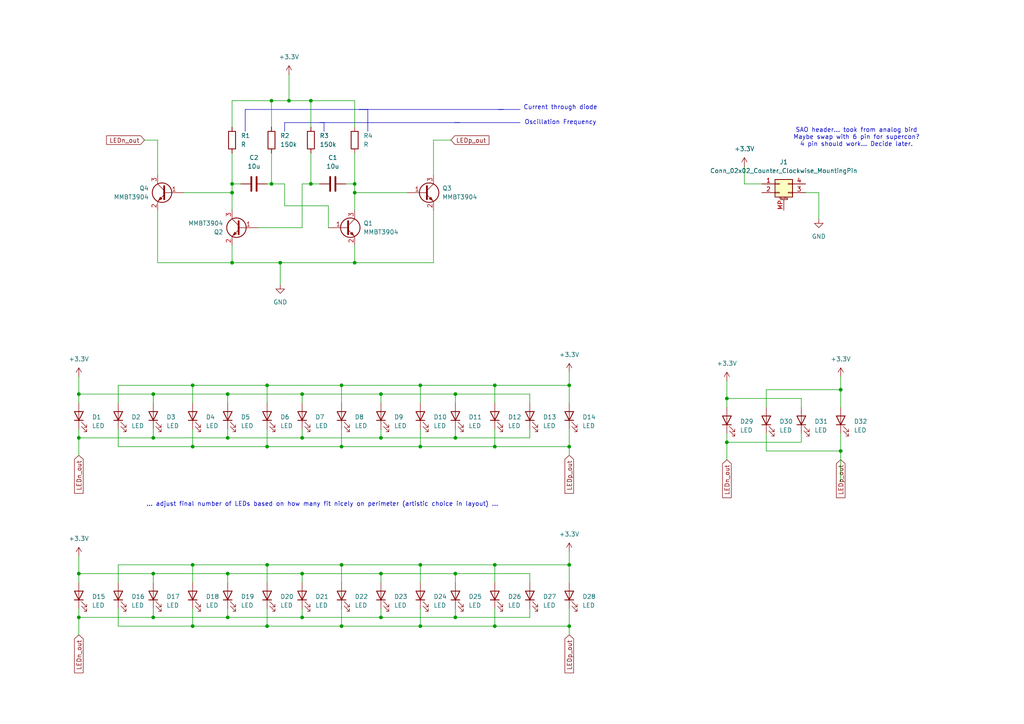
<source format=kicad_sch>
(kicad_sch (version 20231120) (generator "eeschema") (generator_version "8.0")
  (paper "A4")
  (lib_symbols
    (symbol "Connector_Generic_MountingPin:Conn_02x02_Counter_Clockwise_MountingPin" (pin_names (offset 1.016) hide)
      (property "Reference" "J" (at 1.27 2.54 0))
      (property "Value" "Conn_02x02_Counter_Clockwise_MountingPin" (at 2.54 -5.08 0))
      (symbol "Conn_02x02_Counter_Clockwise_MountingPin_1_1"
        (rectangle (start -1.27 -2.413) (end 0 -2.667) (stroke (width 0.1524)))
        (rectangle (start -1.27 0.127) (end 0 -0.127) (stroke (width 0.1524)))
        (rectangle (start -1.27 1.27) (end 3.81 -3.81) (stroke (width 0.254)) (fill (type background)))
        (polyline (pts (xy 0.254 -4.572) (xy 2.286 -4.572)) (stroke (width 0.1524)))
        (rectangle (start 3.81 -2.413) (end 2.54 -2.667) (stroke (width 0.1524)))
        (rectangle (start 3.81 0.127) (end 2.54 -0.127) (stroke (width 0.1524)))
        (text "Mounting" (at 1.27 -4.191 0) (effects (font (size 0.381 0.381))))
        (pin passive line (at -5.08 0 0) (length 3.81) (name "Pin_1") (number "1"))
        (pin passive line (at -5.08 -2.54 0) (length 3.81) (name "Pin_2") (number "2"))
        (pin passive line (at 7.62 -2.54 180) (length 3.81) (name "Pin_3") (number "3"))
        (pin passive line (at 7.62 0 180) (length 3.81) (name "Pin_4") (number "4"))
        (pin passive line (at 1.27 -7.62 90) (length 3.048) (name "MountPin") (number "MP"))
      )
    )
    (symbol "Device:C" (pin_numbers hide) (pin_names (offset 0.254))
      (property "Reference" "C" (at 0.635 2.54 0))
      (property "Value" "C" (at 0.635 -2.54 0))
      (symbol "C_0_1"
        (polyline (pts (xy -2.032 -0.762) (xy 2.032 -0.762)) (stroke (width 0.508)))
        (polyline (pts (xy -2.032 0.762) (xy 2.032 0.762)) (stroke (width 0.508)))
      )
      (symbol "C_1_1"
        (pin passive line (at 0 3.81 270) (length 2.794) (name "~") (number "1"))
        (pin passive line (at 0 -3.81 90) (length 2.794) (name "~") (number "2"))
      )
    )
    (symbol "Device:LED" (pin_numbers hide) (pin_names (offset 1.016) hide)
      (property "Reference" "D" (at 0 2.54 0))
      (property "Value" "LED" (at 0 -2.54 0))
      (symbol "LED_0_1"
        (polyline (pts (xy -1.27 -1.27) (xy -1.27 1.27)) (stroke (width 0.254)))
        (polyline (pts (xy -1.27 0) (xy 1.27 0)))
        (polyline (pts (xy 1.27 -1.27) (xy 1.27 1.27) (xy -1.27 0) (xy 1.27 -1.27)) (stroke (width 0.254)))
        (polyline (pts (xy -3.048 -0.762) (xy -4.572 -2.286) (xy -3.81 -2.286) (xy -4.572 -2.286) (xy -4.572 -1.524)))
        (polyline (pts (xy -1.778 -0.762) (xy -3.302 -2.286) (xy -2.54 -2.286) (xy -3.302 -2.286) (xy -3.302 -1.524)))
      )
      (symbol "LED_1_1"
        (pin passive line (at -3.81 0 0) (length 2.54) (name "K") (number "1"))
        (pin passive line (at 3.81 0 180) (length 2.54) (name "A") (number "2"))
      )
    )
    (symbol "Device:R" (pin_numbers hide) (pin_names (offset 0))
      (property "Reference" "R" (at 2.032 0 90))
      (property "Value" "R" (at 0 0 90))
      (symbol "R_0_1"
        (rectangle (start -1.016 -2.54) (end 1.016 2.54) (stroke (width 0.254)))
      )
      (symbol "R_1_1"
        (pin passive line (at 0 3.81 270) (length 1.27) (name "~") (number "1"))
        (pin passive line (at 0 -3.81 90) (length 1.27) (name "~") (number "2"))
      )
    )
    (symbol "Transistor_BJT:MMBT3904" (pin_names (offset 0) hide)
      (property "Reference" "Q" (at 5.08 1.905 0))
      (property "Value" "MMBT3904" (at 5.08 0 0))
      (symbol "MMBT3904_0_1"
        (polyline (pts (xy 0.635 0.635) (xy 2.54 2.54)))
        (polyline (pts (xy 0.635 -0.635) (xy 2.54 -2.54) (xy 2.54 -2.54)))
        (polyline (pts (xy 0.635 1.905) (xy 0.635 -1.905) (xy 0.635 -1.905)) (stroke (width 0.508)))
        (polyline (pts (xy 1.27 -1.778) (xy 1.778 -1.27) (xy 2.286 -2.286) (xy 1.27 -1.778) (xy 1.27 -1.778)) (fill (type outline)))
        (circle (center 1.27 0) (radius 2.8194) (stroke (width 0.254)))
      )
      (symbol "MMBT3904_1_1"
        (pin input line (at -5.08 0 0) (length 5.715) (name "B") (number "1"))
        (pin passive line (at 2.54 -5.08 90) (length 2.54) (name "E") (number "2"))
        (pin passive line (at 2.54 5.08 270) (length 2.54) (name "C") (number "3"))
      )
    )
    (symbol "power:+3.3V" (power) (pin_numbers hide) (pin_names (offset 0) hide)
      (property "Value" "+3.3V" (at 0 3.556 0))
      (symbol "+3.3V_0_1"
        (polyline (pts (xy -0.762 1.27) (xy 0 2.54)))
        (polyline (pts (xy 0 0) (xy 0 2.54)))
        (polyline (pts (xy 0 2.54) (xy 0.762 1.27)))
      )
      (symbol "+3.3V_1_1"
        (pin power_in line (at 0 0 90) (length 0) (name "~") (number "1"))
      )
    )
    (symbol "power:GND" (power) (pin_numbers hide) (pin_names (offset 0) hide)
      (property "Value" "GND" (at 0 -3.81 0))
      (symbol "GND_0_1"
        (polyline (pts (xy 0 0) (xy 0 -1.27) (xy 1.27 -1.27) (xy 0 -2.54) (xy -1.27 -1.27) (xy 0 -1.27)))
      )
      (symbol "GND_1_1"
        (pin power_in line (at 0 0 270) (length 0) (name "~") (number "1"))
      )
    )
  )
  (junction (at 44.45 179.07))
  (junction (at 87.63 166.37))
  (junction (at 55.88 181.61))
  (junction (at 102.87 76.2))
  (junction (at 67.31 55.88))
  (junction (at 22.86 166.37))
  (junction (at 99.06 181.61))
  (junction (at 165.1 163.83))
  (junction (at 132.08 179.07))
  (junction (at 243.84 113.03))
  (junction (at 22.86 114.3))
  (junction (at 102.87 53.34))
  (junction (at 67.31 53.34))
  (junction (at 99.06 129.54))
  (junction (at 55.88 129.54))
  (junction (at 44.45 127))
  (junction (at 210.82 115.57))
  (junction (at 99.06 163.83))
  (junction (at 132.08 127))
  (junction (at 110.49 166.37))
  (junction (at 77.47 181.61))
  (junction (at 143.51 111.76))
  (junction (at 77.47 129.54))
  (junction (at 132.08 114.3))
  (junction (at 44.45 166.37))
  (junction (at 165.1 181.61))
  (junction (at 143.51 163.83))
  (junction (at 165.1 129.54))
  (junction (at 121.92 181.61))
  (junction (at 121.92 129.54))
  (junction (at 77.47 163.83))
  (junction (at 66.04 166.37))
  (junction (at 78.74 53.34))
  (junction (at 243.84 130.81))
  (junction (at 44.45 114.3))
  (junction (at 81.28 76.2))
  (junction (at 132.08 166.37))
  (junction (at 143.51 129.54))
  (junction (at 110.49 127))
  (junction (at 87.63 179.07))
  (junction (at 99.06 111.76))
  (junction (at 66.04 127))
  (junction (at 22.86 127))
  (junction (at 121.92 163.83))
  (junction (at 210.82 128.27))
  (junction (at 66.04 179.07))
  (junction (at 102.87 55.88))
  (junction (at 55.88 111.76))
  (junction (at 87.63 127))
  (junction (at 165.1 111.76))
  (junction (at 87.63 114.3))
  (junction (at 110.49 114.3))
  (junction (at 55.88 163.83))
  (junction (at 22.86 179.07))
  (junction (at 110.49 179.07))
  (junction (at 66.04 114.3))
  (junction (at 67.31 76.2))
  (junction (at 83.82 29.21))
  (junction (at 121.92 111.76))
  (junction (at 90.17 53.34))
  (junction (at 143.51 181.61))
  (junction (at 78.74 29.21))
  (junction (at 90.17 29.21))
  (junction (at 77.47 111.76))
  (wire (pts (xy 78.74 53.34) (xy 77.47 53.34)))
  (wire (pts (xy 237.49 55.88) (xy 237.49 63.5)))
  (wire (pts (xy 153.67 176.53) (xy 153.67 179.07)))
  (wire (pts (xy 99.06 168.91) (xy 99.06 163.83)))
  (wire (pts (xy 95.25 59.69) (xy 95.25 66.04)))
  (wire (pts (xy 44.45 127) (xy 66.04 127)))
  (wire (pts (xy 210.82 125.73) (xy 210.82 128.27)))
  (wire (pts (xy 110.49 124.46) (xy 110.49 127)))
  (wire (pts (xy 110.49 176.53) (xy 110.49 179.07)))
  (wire (pts (xy 102.87 29.21) (xy 102.87 36.83)))
  (wire (pts (xy 83.82 29.21) (xy 90.17 29.21)))
  (wire (pts (xy 53.34 55.88) (xy 67.31 55.88)))
  (wire (pts (xy 66.04 176.53) (xy 66.04 179.07)))
  (wire (pts (xy 22.86 116.84) (xy 22.86 114.3)))
  (wire (pts (xy 143.51 124.46) (xy 143.51 129.54)))
  (wire (pts (xy 132.08 176.53) (xy 132.08 179.07)))
  (wire (pts (xy 132.08 124.46) (xy 132.08 127)))
  (wire (pts (xy 132.08 166.37) (xy 153.67 166.37)))
  (wire (pts (xy 102.87 53.34) (xy 102.87 55.88)))
  (wire (pts (xy 22.86 168.91) (xy 22.86 166.37)))
  (wire (pts (xy 210.82 128.27) (xy 210.82 133.35)))
  (wire (pts (xy 210.82 115.57) (xy 210.82 110.49)))
  (wire (pts (xy 132.08 114.3) (xy 153.67 114.3)))
  (wire (pts (xy 87.63 124.46) (xy 87.63 127)))
  (wire (pts (xy 99.06 181.61) (xy 121.92 181.61)))
  (wire (pts (xy 210.82 128.27) (xy 232.41 128.27)))
  (wire (pts (xy 66.04 114.3) (xy 87.63 114.3)))
  (wire (pts (xy 165.1 163.83) (xy 165.1 168.91)))
  (wire (pts (xy 77.47 176.53) (xy 77.47 181.61)))
  (wire (pts (xy 121.92 181.61) (xy 143.51 181.61)))
  (wire (pts (xy 67.31 44.45) (xy 67.31 53.34)))
  (wire (pts (xy 100.33 53.34) (xy 102.87 53.34)))
  (wire (pts (xy 132.08 168.91) (xy 132.08 166.37)))
  (wire (pts (xy 243.84 130.81) (xy 243.84 125.73)))
  (wire (pts (xy 110.49 179.07) (xy 132.08 179.07)))
  (wire (pts (xy 87.63 53.34) (xy 90.17 53.34)))
  (wire (pts (xy 66.04 124.46) (xy 66.04 127)))
  (wire (pts (xy 87.63 114.3) (xy 110.49 114.3)))
  (wire (pts (xy 22.86 176.53) (xy 22.86 179.07)))
  (wire (pts (xy 55.88 163.83) (xy 77.47 163.83)))
  (wire (pts (xy 99.06 124.46) (xy 99.06 129.54)))
  (wire (pts (xy 78.74 36.83) (xy 78.74 29.21)))
  (wire (pts (xy 132.08 179.07) (xy 153.67 179.07)))
  (wire (pts (xy 77.47 168.91) (xy 77.47 163.83)))
  (wire (pts (xy 233.68 55.88) (xy 237.49 55.88)))
  (wire (pts (xy 74.93 66.04) (xy 87.63 66.04)))
  (wire (pts (xy 81.28 76.2) (xy 102.87 76.2)))
  (wire (pts (xy 67.31 60.96) (xy 67.31 55.88)))
  (wire (pts (xy 165.1 181.61) (xy 165.1 184.15)))
  (wire (pts (xy 143.51 129.54) (xy 165.1 129.54)))
  (wire (pts (xy 121.92 111.76) (xy 143.51 111.76)))
  (wire (pts (xy 45.72 76.2) (xy 67.31 76.2)))
  (wire (pts (xy 67.31 36.83) (xy 67.31 29.21)))
  (wire (pts (xy 34.29 116.84) (xy 34.29 111.76)))
  (wire (pts (xy 78.74 53.34) (xy 82.55 53.34)))
  (wire (pts (xy 132.08 116.84) (xy 132.08 114.3)))
  (wire (pts (xy 67.31 76.2) (xy 81.28 76.2)))
  (wire (pts (xy 125.73 40.64) (xy 130.81 40.64)))
  (wire (pts (xy 90.17 53.34) (xy 92.71 53.34)))
  (wire (pts (xy 210.82 118.11) (xy 210.82 115.57)))
  (wire (pts (xy 90.17 29.21) (xy 102.87 29.21)))
  (wire (pts (xy 82.55 53.34) (xy 82.55 59.69)))
  (wire (pts (xy 67.31 53.34) (xy 69.85 53.34)))
  (wire (pts (xy 99.06 111.76) (xy 121.92 111.76)))
  (wire (pts (xy 55.88 111.76) (xy 77.47 111.76)))
  (wire (pts (xy 143.51 163.83) (xy 165.1 163.83)))
  (wire (pts (xy 34.29 181.61) (xy 55.88 181.61)))
  (wire (pts (xy 82.55 59.69) (xy 95.25 59.69)))
  (wire (pts (xy 45.72 50.8) (xy 45.72 40.64)))
  (wire (pts (xy 34.29 163.83) (xy 55.88 163.83)))
  (polyline (pts (xy 104.14 31.75) (xy 146.05 31.75)))
  (wire (pts (xy 55.88 181.61) (xy 55.88 176.53)))
  (wire (pts (xy 210.82 115.57) (xy 232.41 115.57)))
  (wire (pts (xy 87.63 168.91) (xy 87.63 166.37)))
  (wire (pts (xy 90.17 29.21) (xy 90.17 36.83)))
  (wire (pts (xy 34.29 168.91) (xy 34.29 163.83)))
  (wire (pts (xy 121.92 124.46) (xy 121.92 129.54)))
  (wire (pts (xy 66.04 168.91) (xy 66.04 166.37)))
  (wire (pts (xy 102.87 55.88) (xy 102.87 60.96)))
  (wire (pts (xy 34.29 176.53) (xy 34.29 181.61)))
  (wire (pts (xy 165.1 107.95) (xy 165.1 111.76)))
  (wire (pts (xy 87.63 166.37) (xy 110.49 166.37)))
  (wire (pts (xy 66.04 166.37) (xy 87.63 166.37)))
  (wire (pts (xy 67.31 71.12) (xy 67.31 76.2)))
  (wire (pts (xy 99.06 116.84) (xy 99.06 111.76)))
  (wire (pts (xy 121.92 116.84) (xy 121.92 111.76)))
  (wire (pts (xy 34.29 124.46) (xy 34.29 129.54)))
  (wire (pts (xy 87.63 66.04) (xy 87.63 53.34)))
  (wire (pts (xy 87.63 176.53) (xy 87.63 179.07)))
  (wire (pts (xy 67.31 29.21) (xy 78.74 29.21)))
  (wire (pts (xy 243.84 113.03) (xy 243.84 118.11)))
  (wire (pts (xy 67.31 55.88) (xy 67.31 53.34)))
  (wire (pts (xy 110.49 127) (xy 132.08 127)))
  (wire (pts (xy 102.87 76.2) (xy 102.87 71.12)))
  (wire (pts (xy 143.51 168.91) (xy 143.51 163.83)))
  (wire (pts (xy 55.88 163.83) (xy 55.88 168.91)))
  (wire (pts (xy 44.45 127) (xy 44.45 124.46)))
  (polyline (pts (xy 82.55 35.56) (xy 93.98 35.56)))
  (wire (pts (xy 110.49 166.37) (xy 132.08 166.37)))
  (wire (pts (xy 44.45 179.07) (xy 66.04 179.07)))
  (wire (pts (xy 90.17 44.45) (xy 90.17 53.34)))
  (wire (pts (xy 87.63 179.07) (xy 110.49 179.07)))
  (wire (pts (xy 77.47 124.46) (xy 77.47 129.54)))
  (wire (pts (xy 87.63 116.84) (xy 87.63 114.3)))
  (polyline (pts (xy 150.876 31.75) (xy 144.526 31.75)))
  (wire (pts (xy 22.86 179.07) (xy 22.86 184.15)))
  (wire (pts (xy 87.63 127) (xy 110.49 127)))
  (wire (pts (xy 22.86 127) (xy 22.86 132.08)))
  (wire (pts (xy 222.25 118.11) (xy 222.25 113.03)))
  (wire (pts (xy 66.04 179.07) (xy 87.63 179.07)))
  (wire (pts (xy 55.88 129.54) (xy 77.47 129.54)))
  (wire (pts (xy 44.45 166.37) (xy 44.45 168.91)))
  (polyline (pts (xy 71.12 31.75) (xy 71.12 38.1)))
  (polyline (pts (xy 131.826 35.56) (xy 150.876 35.56)))
  (wire (pts (xy 243.84 109.22) (xy 243.84 113.03)))
  (polyline (pts (xy 106.68 31.75) (xy 106.68 38.1)))
  (wire (pts (xy 55.88 181.61) (xy 77.47 181.61)))
  (polyline (pts (xy 106.68 31.75) (xy 71.12 31.75)))
  (wire (pts (xy 165.1 129.54) (xy 165.1 132.08)))
  (wire (pts (xy 22.86 179.07) (xy 44.45 179.07)))
  (wire (pts (xy 125.73 76.2) (xy 102.87 76.2)))
  (wire (pts (xy 83.82 29.21) (xy 83.82 21.59)))
  (wire (pts (xy 110.49 114.3) (xy 132.08 114.3)))
  (wire (pts (xy 121.92 129.54) (xy 143.51 129.54)))
  (wire (pts (xy 153.67 116.84) (xy 153.67 114.3)))
  (wire (pts (xy 34.29 129.54) (xy 55.88 129.54)))
  (wire (pts (xy 22.86 124.46) (xy 22.86 127)))
  (wire (pts (xy 143.51 176.53) (xy 143.51 181.61)))
  (wire (pts (xy 45.72 60.96) (xy 45.72 76.2)))
  (polyline (pts (xy 93.98 35.56) (xy 93.98 38.1)))
  (wire (pts (xy 78.74 44.45) (xy 78.74 53.34)))
  (wire (pts (xy 55.88 129.54) (xy 55.88 124.46)))
  (wire (pts (xy 77.47 181.61) (xy 99.06 181.61)))
  (wire (pts (xy 132.08 127) (xy 153.67 127)))
  (wire (pts (xy 45.72 40.64) (xy 41.91 40.64)))
  (wire (pts (xy 77.47 129.54) (xy 99.06 129.54)))
  (wire (pts (xy 143.51 116.84) (xy 143.51 111.76)))
  (wire (pts (xy 153.67 168.91) (xy 153.67 166.37)))
  (wire (pts (xy 102.87 55.88) (xy 118.11 55.88)))
  (wire (pts (xy 77.47 163.83) (xy 99.06 163.83)))
  (wire (pts (xy 165.1 129.54) (xy 165.1 124.46)))
  (wire (pts (xy 44.45 114.3) (xy 66.04 114.3)))
  (wire (pts (xy 222.25 113.03) (xy 243.84 113.03)))
  (wire (pts (xy 125.73 60.96) (xy 125.73 76.2)))
  (wire (pts (xy 66.04 127) (xy 87.63 127)))
  (wire (pts (xy 121.92 163.83) (xy 143.51 163.83)))
  (wire (pts (xy 22.86 114.3) (xy 22.86 109.22)))
  (wire (pts (xy 121.92 168.91) (xy 121.92 163.83)))
  (wire (pts (xy 66.04 116.84) (xy 66.04 114.3)))
  (wire (pts (xy 44.45 166.37) (xy 66.04 166.37)))
  (wire (pts (xy 99.06 129.54) (xy 121.92 129.54)))
  (wire (pts (xy 22.86 127) (xy 44.45 127)))
  (wire (pts (xy 232.41 115.57) (xy 232.41 118.11)))
  (wire (pts (xy 110.49 168.91) (xy 110.49 166.37)))
  (wire (pts (xy 22.86 166.37) (xy 44.45 166.37)))
  (wire (pts (xy 143.51 181.61) (xy 165.1 181.61)))
  (wire (pts (xy 121.92 176.53) (xy 121.92 181.61)))
  (wire (pts (xy 77.47 111.76) (xy 99.06 111.76)))
  (wire (pts (xy 22.86 166.37) (xy 22.86 161.29)))
  (wire (pts (xy 22.86 114.3) (xy 44.45 114.3)))
  (wire (pts (xy 232.41 128.27) (xy 232.41 125.73)))
  (wire (pts (xy 243.84 130.81) (xy 243.84 139.7)))
  (wire (pts (xy 165.1 160.02) (xy 165.1 163.83)))
  (wire (pts (xy 99.06 163.83) (xy 121.92 163.83)))
  (wire (pts (xy 153.67 124.46) (xy 153.67 127)))
  (wire (pts (xy 215.9 53.34) (xy 220.98 53.34)))
  (wire (pts (xy 55.88 111.76) (xy 55.88 116.84)))
  (wire (pts (xy 34.29 111.76) (xy 55.88 111.76)))
  (wire (pts (xy 99.06 176.53) (xy 99.06 181.61)))
  (wire (pts (xy 165.1 181.61) (xy 165.1 176.53)))
  (wire (pts (xy 78.74 29.21) (xy 83.82 29.21)))
  (wire (pts (xy 110.49 116.84) (xy 110.49 114.3)))
  (wire (pts (xy 81.28 76.2) (xy 81.28 82.55)))
  (wire (pts (xy 143.51 111.76) (xy 165.1 111.76)))
  (wire (pts (xy 102.87 44.45) (xy 102.87 53.34)))
  (wire (pts (xy 77.47 116.84) (xy 77.47 111.76)))
  (wire (pts (xy 215.9 48.26) (xy 215.9 53.34)))
  (wire (pts (xy 165.1 111.76) (xy 165.1 116.84)))
  (polyline (pts (xy 82.55 38.1) (xy 82.55 35.56)))
  (wire (pts (xy 222.25 130.81) (xy 243.84 130.81)))
  (wire (pts (xy 125.73 50.8) (xy 125.73 40.64)))
  (wire (pts (xy 44.45 114.3) (xy 44.45 116.84)))
  (wire (pts (xy 222.25 125.73) (xy 222.25 130.81)))
  (wire (pts (xy 44.45 179.07) (xy 44.45 176.53)))
  (polyline (pts (xy 92.71 35.56) (xy 133.35 35.56)))
  (text "SAO header... took from analog bird\nMaybe swap with 6 pin for supercon?\n4 pin should work... Decide later." (at 248.412 39.878 0) (effects (font (size 1.27 1.27))))
  (text "Oscillation Frequency" (at 162.56 35.56 0) (effects (font (size 1.27 1.27))))
  (text "Current through diode" (at 162.56 31.242 0) (effects (font (size 1.27 1.27))))
  (text "... adjust final number of LEDs based on how many fit nicely on perimeter (artistic choice in layout) ..." (at 93.472 146.304 0) (effects (font (size 1.27 1.27))))
  (global_label "LEDn_out" (shape input) (at 22.86 132.08 270) (property "Intersheetrefs" "${INTERSHEET_REFS}" (effects (hide yes))))
  (global_label "LEDn_out" (shape input) (at 210.82 133.35 270) (property "Intersheetrefs" "${INTERSHEET_REFS}" (effects (hide yes))))
  (global_label "LEDp_out" (shape input) (at 165.1 184.15 270) (property "Intersheetrefs" "${INTERSHEET_REFS}" (effects (hide yes))))
  (global_label "LEDn_out" (shape input) (at 41.91 40.64 180) (property "Intersheetrefs" "${INTERSHEET_REFS}" (effects (hide yes))))
  (global_label "LEDp_out" (shape input) (at 243.84 133.35 270) (property "Intersheetrefs" "${INTERSHEET_REFS}" (effects (hide yes))))
  (global_label "LEDn_out" (shape input) (at 22.86 184.15 270) (property "Intersheetrefs" "${INTERSHEET_REFS}" (effects (hide yes))))
  (global_label "LEDp_out" (shape input) (at 130.81 40.64 0) (property "Intersheetrefs" "${INTERSHEET_REFS}" (effects (hide yes))))
  (global_label "LEDp_out" (shape input) (at 165.1 132.08 270) (property "Intersheetrefs" "${INTERSHEET_REFS}" (effects (hide yes))))
  (symbol (lib_id "Device:LED") (at 34.29 120.65 90) (unit 1)
    (property "Reference" "D2" (at 38.1 120.9674 90) (effects (justify right)))
    (property "Value" "LED" (at 38.1 123.5074 90) (effects (justify right)))
    (property "Footprint" "Diode_SMD:D_0603_1608Metric" (effects (hide yes)))
    (property "Description" "Light emitting diode" (effects (hide yes)))
  )
  (symbol (lib_id "Device:LED") (at 55.88 172.72 90) (unit 1)
    (property "Reference" "D18" (at 59.69 173.0374 90) (effects (justify right)))
    (property "Value" "LED" (at 59.69 175.5774 90) (effects (justify right)))
    (property "Footprint" "Diode_SMD:D_0603_1608Metric" (effects (hide yes)))
    (property "Description" "Light emitting diode" (effects (hide yes)))
  )
  (symbol (lib_id "Device:LED") (at 165.1 172.72 90) (unit 1)
    (property "Reference" "D28" (at 168.91 173.0374 90) (effects (justify right)))
    (property "Value" "LED" (at 168.91 175.5774 90) (effects (justify right)))
    (property "Footprint" "Diode_SMD:D_0603_1608Metric" (effects (hide yes)))
    (property "Description" "Light emitting diode" (effects (hide yes)))
  )
  (symbol (lib_id "Device:LED") (at 153.67 120.65 90) (unit 1)
    (property "Reference" "D13" (at 157.48 120.9674 90) (effects (justify right)))
    (property "Value" "LED" (at 157.48 123.5074 90) (effects (justify right)))
    (property "Footprint" "Diode_SMD:D_0603_1608Metric" (effects (hide yes)))
    (property "Description" "Light emitting diode" (effects (hide yes)))
  )
  (symbol (lib_id "Device:LED") (at 153.67 172.72 90) (unit 1)
    (property "Reference" "D27" (at 157.48 173.0374 90) (effects (justify right)))
    (property "Value" "LED" (at 157.48 175.5774 90) (effects (justify right)))
    (property "Footprint" "Diode_SMD:D_0603_1608Metric" (effects (hide yes)))
    (property "Description" "Light emitting diode" (effects (hide yes)))
  )
  (symbol (lib_id "Device:LED") (at 143.51 172.72 90) (unit 1)
    (property "Reference" "D26" (at 147.32 173.0374 90) (effects (justify right)))
    (property "Value" "LED" (at 147.32 175.5774 90) (effects (justify right)))
    (property "Footprint" "Diode_SMD:D_0603_1608Metric" (effects (hide yes)))
    (property "Description" "Light emitting diode" (effects (hide yes)))
  )
  (symbol (lib_id "Device:C") (at 96.52 53.34 90) (unit 1)
    (property "Reference" "C1" (at 96.52 45.72 90))
    (property "Value" "10u" (at 96.52 48.26 90))
    (property "Footprint" "Capacitor_SMD:C_0603_1608Metric" (effects (hide yes)))
    (property "Description" "Unpolarized capacitor" (effects (hide yes)))
  )
  (symbol (lib_id "Device:LED") (at 22.86 120.65 90) (unit 1)
    (property "Reference" "D1" (at 26.67 120.9674 90) (effects (justify right)))
    (property "Value" "LED" (at 26.67 123.5074 90) (effects (justify right)))
    (property "Footprint" "Diode_SMD:D_0603_1608Metric" (effects (hide yes)))
    (property "Description" "Light emitting diode" (effects (hide yes)))
  )
  (symbol (lib_id "Device:LED") (at 110.49 120.65 90) (unit 1)
    (property "Reference" "D9" (at 114.3 120.9674 90) (effects (justify right)))
    (property "Value" "LED" (at 114.3 123.5074 90) (effects (justify right)))
    (property "Footprint" "Diode_SMD:D_0603_1608Metric" (effects (hide yes)))
    (property "Description" "Light emitting diode" (effects (hide yes)))
  )
  (symbol (lib_id "Device:LED") (at 34.29 172.72 90) (unit 1)
    (property "Reference" "D16" (at 38.1 173.0374 90) (effects (justify right)))
    (property "Value" "LED" (at 38.1 175.5774 90) (effects (justify right)))
    (property "Footprint" "Diode_SMD:D_0603_1608Metric" (effects (hide yes)))
    (property "Description" "Light emitting diode" (effects (hide yes)))
  )
  (symbol (lib_id "Device:LED") (at 165.1 120.65 90) (unit 1)
    (property "Reference" "D14" (at 168.91 120.9674 90) (effects (justify right)))
    (property "Value" "LED" (at 168.91 123.5074 90) (effects (justify right)))
    (property "Footprint" "Diode_SMD:D_0603_1608Metric" (effects (hide yes)))
    (property "Description" "Light emitting diode" (effects (hide yes)))
  )
  (symbol (lib_id "Device:R") (at 102.87 40.64 0) (unit 1)
    (property "Reference" "R4" (at 105.41 39.3699 0) (effects (justify left)))
    (property "Value" "R" (at 105.41 41.9099 0) (effects (justify left)))
    (property "Footprint" "Resistor_SMD:R_0603_1608Metric" (effects (hide yes)))
    (property "Description" "Resistor" (effects (hide yes)))
  )
  (symbol (lib_id "power:GND") (at 237.49 63.5 0) (unit 1)
    (property "Reference" "#PWR04" (effects (hide yes)))
    (property "Value" "GND" (at 237.49 68.58 0))
    (property "Description" "Power symbol creates a global label with name \"GND\" , ground" (effects (hide yes)))
  )
  (symbol (lib_id "Device:R") (at 67.31 40.64 0) (unit 1)
    (property "Reference" "R1" (at 69.85 39.3699 0) (effects (justify left)))
    (property "Value" "R" (at 69.85 41.9099 0) (effects (justify left)))
    (property "Footprint" "Resistor_SMD:R_0603_1608Metric" (effects (hide yes)))
    (property "Description" "Resistor" (effects (hide yes)))
  )
  (symbol (lib_id "Device:LED") (at 222.25 121.92 90) (unit 1)
    (property "Reference" "D30" (at 226.06 122.2374 90) (effects (justify right)))
    (property "Value" "LED" (at 226.06 124.7774 90) (effects (justify right)))
    (property "Footprint" "Diode_SMD:D_0603_1608Metric" (effects (hide yes)))
    (property "Description" "Light emitting diode" (effects (hide yes)))
  )
  (symbol (lib_id "Device:LED") (at 87.63 120.65 90) (unit 1)
    (property "Reference" "D7" (at 91.44 120.9674 90) (effects (justify right)))
    (property "Value" "LED" (at 91.44 123.5074 90) (effects (justify right)))
    (property "Footprint" "Diode_SMD:D_0603_1608Metric" (effects (hide yes)))
    (property "Description" "Light emitting diode" (effects (hide yes)))
  )
  (symbol (lib_id "power:+3.3V") (at 243.84 109.22 0) (unit 1)
    (property "Reference" "#PWR010" (effects (hide yes)))
    (property "Value" "+3.3V" (at 243.84 104.14 0))
    (property "Description" "Power symbol creates a global label with name \"+3.3V\"" (effects (hide yes)))
  )
  (symbol (lib_id "Device:LED") (at 132.08 120.65 90) (unit 1)
    (property "Reference" "D11" (at 135.89 120.9674 90) (effects (justify right)))
    (property "Value" "LED" (at 135.89 123.5074 90) (effects (justify right)))
    (property "Footprint" "Diode_SMD:D_0603_1608Metric" (effects (hide yes)))
    (property "Description" "Light emitting diode" (effects (hide yes)))
  )
  (symbol (lib_id "Device:LED") (at 243.84 121.92 90) (unit 1)
    (property "Reference" "D32" (at 247.65 122.2374 90) (effects (justify right)))
    (property "Value" "LED" (at 247.65 124.7774 90) (effects (justify right)))
    (property "Footprint" "Diode_SMD:D_0603_1608Metric" (effects (hide yes)))
    (property "Description" "Light emitting diode" (effects (hide yes)))
  )
  (symbol (lib_id "Transistor_BJT:MMBT3904") (at 48.26 55.88 0) (mirror y) (unit 1)
    (property "Reference" "Q4" (at 43.18 54.6099 0) (effects (justify left)))
    (property "Value" "MMBT3904" (at 43.18 57.1499 0) (effects (justify left)))
    (property "Footprint" "Package_TO_SOT_SMD:SOT-23" (effects (hide yes)))
    (property "Datasheet" "https://www.onsemi.com/pdf/datasheet/pzt3904-d.pdf" (effects (hide yes)))
    (property "Description" "0.2A Ic, 40V Vce, Small Signal NPN Transistor, SOT-23" (effects (hide yes)))
  )
  (symbol (lib_id "power:+3.3V") (at 22.86 109.22 0) (unit 1)
    (property "Reference" "#PWR05" (effects (hide yes)))
    (property "Value" "+3.3V" (at 22.86 104.14 0))
    (property "Description" "Power symbol creates a global label with name \"+3.3V\"" (effects (hide yes)))
  )
  (symbol (lib_id "Connector_Generic_MountingPin:Conn_02x02_Counter_Clockwise_MountingPin") (at 226.06 53.34 0) (unit 1)
    (property "Reference" "J1" (at 227.33 46.99 0))
    (property "Value" "Conn_02x02_Counter_Clockwise_MountingPin" (at 227.33 49.53 0))
    (property "Footprint" "Connector_PinHeader_2.54mm:PinHeader_2x02_P2.54mm_Vertical" (effects (hide yes)))
    (property "Description" "Generic connectable mounting pin connector, double row, 02x02, counter clockwise pin numbering scheme (similar to DIP package numbering), script generated (kicad-library-utils/schlib/autogen/connector/)" (effects (hide yes)))
  )
  (symbol (lib_id "Device:LED") (at 55.88 120.65 90) (unit 1)
    (property "Reference" "D4" (at 59.69 120.9674 90) (effects (justify right)))
    (property "Value" "LED" (at 59.69 123.5074 90) (effects (justify right)))
    (property "Footprint" "Diode_SMD:D_0603_1608Metric" (effects (hide yes)))
    (property "Description" "Light emitting diode" (effects (hide yes)))
  )
  (symbol (lib_id "Transistor_BJT:MMBT3904") (at 100.33 66.04 0) (unit 1)
    (property "Reference" "Q1" (at 105.41 64.7699 0) (effects (justify left)))
    (property "Value" "MMBT3904" (at 105.41 67.3099 0) (effects (justify left)))
    (property "Footprint" "Package_TO_SOT_SMD:SOT-23" (effects (hide yes)))
    (property "Datasheet" "https://www.onsemi.com/pdf/datasheet/pzt3904-d.pdf" (effects (hide yes)))
    (property "Description" "0.2A Ic, 40V Vce, Small Signal NPN Transistor, SOT-23" (effects (hide yes)))
  )
  (symbol (lib_id "Device:LED") (at 44.45 120.65 90) (unit 1)
    (property "Reference" "D3" (at 48.26 120.9674 90) (effects (justify right)))
    (property "Value" "LED" (at 48.26 123.5074 90) (effects (justify right)))
    (property "Footprint" "Diode_SMD:D_0603_1608Metric" (effects (hide yes)))
    (property "Description" "Light emitting diode" (effects (hide yes)))
  )
  (symbol (lib_id "power:+3.3V") (at 22.86 161.29 0) (unit 1)
    (property "Reference" "#PWR08" (effects (hide yes)))
    (property "Value" "+3.3V" (at 22.86 156.21 0))
    (property "Description" "Power symbol creates a global label with name \"+3.3V\"" (effects (hide yes)))
  )
  (symbol (lib_id "Transistor_BJT:MMBT3904") (at 69.85 66.04 0) (mirror y) (unit 1)
    (property "Reference" "Q2" (at 64.77 67.3101 0) (effects (justify left)))
    (property "Value" "MMBT3904" (at 64.77 64.7701 0) (effects (justify left)))
    (property "Footprint" "Package_TO_SOT_SMD:SOT-23" (effects (hide yes)))
    (property "Datasheet" "https://www.onsemi.com/pdf/datasheet/pzt3904-d.pdf" (effects (hide yes)))
    (property "Description" "0.2A Ic, 40V Vce, Small Signal NPN Transistor, SOT-23" (effects (hide yes)))
  )
  (symbol (lib_id "Device:LED") (at 121.92 172.72 90) (unit 1)
    (property "Reference" "D24" (at 125.73 173.0374 90) (effects (justify right)))
    (property "Value" "LED" (at 125.73 175.5774 90) (effects (justify right)))
    (property "Footprint" "Diode_SMD:D_0603_1608Metric" (effects (hide yes)))
    (property "Description" "Light emitting diode" (effects (hide yes)))
  )
  (symbol (lib_id "Device:LED") (at 87.63 172.72 90) (unit 1)
    (property "Reference" "D21" (at 91.44 173.0374 90) (effects (justify right)))
    (property "Value" "LED" (at 91.44 175.5774 90) (effects (justify right)))
    (property "Footprint" "Diode_SMD:D_0603_1608Metric" (effects (hide yes)))
    (property "Description" "Light emitting diode" (effects (hide yes)))
  )
  (symbol (lib_id "Device:R") (at 90.17 40.64 0) (unit 1)
    (property "Reference" "R3" (at 92.71 39.3699 0) (effects (justify left)))
    (property "Value" "150k" (at 92.71 41.9099 0) (effects (justify left)))
    (property "Footprint" "Resistor_SMD:R_0603_1608Metric" (effects (hide yes)))
    (property "Description" "Resistor" (effects (hide yes)))
  )
  (symbol (lib_id "Device:LED") (at 77.47 172.72 90) (unit 1)
    (property "Reference" "D20" (at 81.28 173.0374 90) (effects (justify right)))
    (property "Value" "LED" (at 81.28 175.5774 90) (effects (justify right)))
    (property "Footprint" "Diode_SMD:D_0603_1608Metric" (effects (hide yes)))
    (property "Description" "Light emitting diode" (effects (hide yes)))
  )
  (symbol (lib_id "Device:LED") (at 22.86 172.72 90) (unit 1)
    (property "Reference" "D15" (at 26.67 173.0374 90) (effects (justify right)))
    (property "Value" "LED" (at 26.67 175.5774 90) (effects (justify right)))
    (property "Footprint" "Diode_SMD:D_0603_1608Metric" (effects (hide yes)))
    (property "Description" "Light emitting diode" (effects (hide yes)))
  )
  (symbol (lib_id "power:+3.3V") (at 165.1 107.95 0) (unit 1)
    (property "Reference" "#PWR06" (effects (hide yes)))
    (property "Value" "+3.3V" (at 165.1 102.87 0))
    (property "Description" "Power symbol creates a global label with name \"+3.3V\"" (effects (hide yes)))
  )
  (symbol (lib_id "Device:LED") (at 110.49 172.72 90) (unit 1)
    (property "Reference" "D23" (at 114.3 173.0374 90) (effects (justify right)))
    (property "Value" "LED" (at 114.3 175.5774 90) (effects (justify right)))
    (property "Footprint" "Diode_SMD:D_0603_1608Metric" (effects (hide yes)))
    (property "Description" "Light emitting diode" (effects (hide yes)))
  )
  (symbol (lib_id "Device:LED") (at 143.51 120.65 90) (unit 1)
    (property "Reference" "D12" (at 147.32 120.9674 90) (effects (justify right)))
    (property "Value" "LED" (at 147.32 123.5074 90) (effects (justify right)))
    (property "Footprint" "Diode_SMD:D_0603_1608Metric" (effects (hide yes)))
    (property "Description" "Light emitting diode" (effects (hide yes)))
  )
  (symbol (lib_id "power:+3.3V") (at 215.9 48.26 0) (unit 1)
    (property "Reference" "#PWR02" (effects (hide yes)))
    (property "Value" "+3.3V" (at 215.9 43.18 0))
    (property "Description" "Power symbol creates a global label with name \"+3.3V\"" (effects (hide yes)))
  )
  (symbol (lib_id "Device:C") (at 73.66 53.34 90) (unit 1)
    (property "Reference" "C2" (at 73.66 45.72 90))
    (property "Value" "10u" (at 73.66 48.26 90))
    (property "Footprint" "Capacitor_SMD:C_0603_1608Metric" (effects (hide yes)))
    (property "Description" "Unpolarized capacitor" (effects (hide yes)))
  )
  (symbol (lib_id "Device:LED") (at 132.08 172.72 90) (unit 1)
    (property "Reference" "D25" (at 135.89 173.0374 90) (effects (justify right)))
    (property "Value" "LED" (at 135.89 175.5774 90) (effects (justify right)))
    (property "Footprint" "Diode_SMD:D_0603_1608Metric" (effects (hide yes)))
    (property "Description" "Light emitting diode" (effects (hide yes)))
  )
  (symbol (lib_id "Device:LED") (at 99.06 172.72 90) (unit 1)
    (property "Reference" "D22" (at 102.87 173.0374 90) (effects (justify right)))
    (property "Value" "LED" (at 102.87 175.5774 90) (effects (justify right)))
    (property "Footprint" "Diode_SMD:D_0603_1608Metric" (effects (hide yes)))
    (property "Description" "Light emitting diode" (effects (hide yes)))
  )
  (symbol (lib_id "Device:LED") (at 232.41 121.92 90) (unit 1)
    (property "Reference" "D31" (at 236.22 122.2374 90) (effects (justify right)))
    (property "Value" "LED" (at 236.22 124.7774 90) (effects (justify right)))
    (property "Footprint" "Diode_SMD:D_0603_1608Metric" (effects (hide yes)))
    (property "Description" "Light emitting diode" (effects (hide yes)))
  )
  (symbol (lib_id "power:+3.3V") (at 165.1 160.02 0) (unit 1)
    (property "Reference" "#PWR07" (effects (hide yes)))
    (property "Value" "+3.3V" (at 165.1 154.94 0))
    (property "Description" "Power symbol creates a global label with name \"+3.3V\"" (effects (hide yes)))
  )
  (symbol (lib_id "Device:LED") (at 99.06 120.65 90) (unit 1)
    (property "Reference" "D8" (at 102.87 120.9674 90) (effects (justify right)))
    (property "Value" "LED" (at 102.87 123.5074 90) (effects (justify right)))
    (property "Footprint" "Diode_SMD:D_0603_1608Metric" (effects (hide yes)))
    (property "Description" "Light emitting diode" (effects (hide yes)))
  )
  (symbol (lib_id "Device:LED") (at 77.47 120.65 90) (unit 1)
    (property "Reference" "D6" (at 81.28 120.9674 90) (effects (justify right)))
    (property "Value" "LED" (at 81.28 123.5074 90) (effects (justify right)))
    (property "Footprint" "Diode_SMD:D_0603_1608Metric" (effects (hide yes)))
    (property "Description" "Light emitting diode" (effects (hide yes)))
  )
  (symbol (lib_id "power:GND") (at 81.28 82.55 0) (unit 1)
    (property "Reference" "#PWR01" (effects (hide yes)))
    (property "Value" "GND" (at 81.28 87.63 0))
    (property "Description" "Power symbol creates a global label with name \"GND\" , ground" (effects (hide yes)))
  )
  (symbol (lib_id "Device:LED") (at 66.04 120.65 90) (unit 1)
    (property "Reference" "D5" (at 69.85 120.9674 90) (effects (justify right)))
    (property "Value" "LED" (at 69.85 123.5074 90) (effects (justify right)))
    (property "Footprint" "Diode_SMD:D_0603_1608Metric" (effects (hide yes)))
    (property "Description" "Light emitting diode" (effects (hide yes)))
  )
  (symbol (lib_id "power:+3.3V") (at 210.82 110.49 0) (unit 1)
    (property "Reference" "#PWR09" (effects (hide yes)))
    (property "Value" "+3.3V" (at 210.82 105.41 0))
    (property "Description" "Power symbol creates a global label with name \"+3.3V\"" (effects (hide yes)))
  )
  (symbol (lib_id "power:+3.3V") (at 83.82 21.59 0) (unit 1)
    (property "Reference" "#PWR03" (effects (hide yes)))
    (property "Value" "+3.3V" (at 83.82 16.51 0))
    (property "Description" "Power symbol creates a global label with name \"+3.3V\"" (effects (hide yes)))
  )
  (symbol (lib_id "Device:LED") (at 66.04 172.72 90) (unit 1)
    (property "Reference" "D19" (at 69.85 173.0374 90) (effects (justify right)))
    (property "Value" "LED" (at 69.85 175.5774 90) (effects (justify right)))
    (property "Footprint" "Diode_SMD:D_0603_1608Metric" (effects (hide yes)))
    (property "Description" "Light emitting diode" (effects (hide yes)))
  )
  (symbol (lib_id "Device:R") (at 78.74 40.64 0) (unit 1)
    (property "Reference" "R2" (at 81.28 39.3699 0) (effects (justify left)))
    (property "Value" "150k" (at 81.28 41.9099 0) (effects (justify left)))
    (property "Footprint" "Resistor_SMD:R_0603_1608Metric" (effects (hide yes)))
    (property "Description" "Resistor" (effects (hide yes)))
  )
  (symbol (lib_id "Device:LED") (at 121.92 120.65 90) (unit 1)
    (property "Reference" "D10" (at 125.73 120.9674 90) (effects (justify right)))
    (property "Value" "LED" (at 125.73 123.5074 90) (effects (justify right)))
    (property "Footprint" "Diode_SMD:D_0603_1608Metric" (effects (hide yes)))
    (property "Description" "Light emitting diode" (effects (hide yes)))
  )
  (symbol (lib_id "Device:LED") (at 44.45 172.72 90) (unit 1)
    (property "Reference" "D17" (at 48.26 173.0374 90) (effects (justify right)))
    (property "Value" "LED" (at 48.26 175.5774 90) (effects (justify right)))
    (property "Footprint" "Diode_SMD:D_0603_1608Metric" (effects (hide yes)))
    (property "Description" "Light emitting diode" (effects (hide yes)))
  )
  (symbol (lib_id "Device:LED") (at 210.82 121.92 90) (unit 1)
    (property "Reference" "D29" (at 214.63 122.2374 90) (effects (justify right)))
    (property "Value" "LED" (at 214.63 124.7774 90) (effects (justify right)))
    (property "Footprint" "Diode_SMD:D_0603_1608Metric" (effects (hide yes)))
    (property "Description" "Light emitting diode" (effects (hide yes)))
  )
  (symbol (lib_id "Transistor_BJT:MMBT3904") (at 123.19 55.88 0) (unit 1)
    (property "Reference" "Q3" (at 128.27 54.6099 0) (effects (justify left)))
    (property "Value" "MMBT3904" (at 128.27 57.1499 0) (effects (justify left)))
    (property "Footprint" "Package_TO_SOT_SMD:SOT-23" (effects (hide yes)))
    (property "Datasheet" "https://www.onsemi.com/pdf/datasheet/pzt3904-d.pdf" (effects (hide yes)))
    (property "Description" "0.2A Ic, 40V Vce, Small Signal NPN Transistor, SOT-23" (effects (hide yes)))
  )
)
</source>
